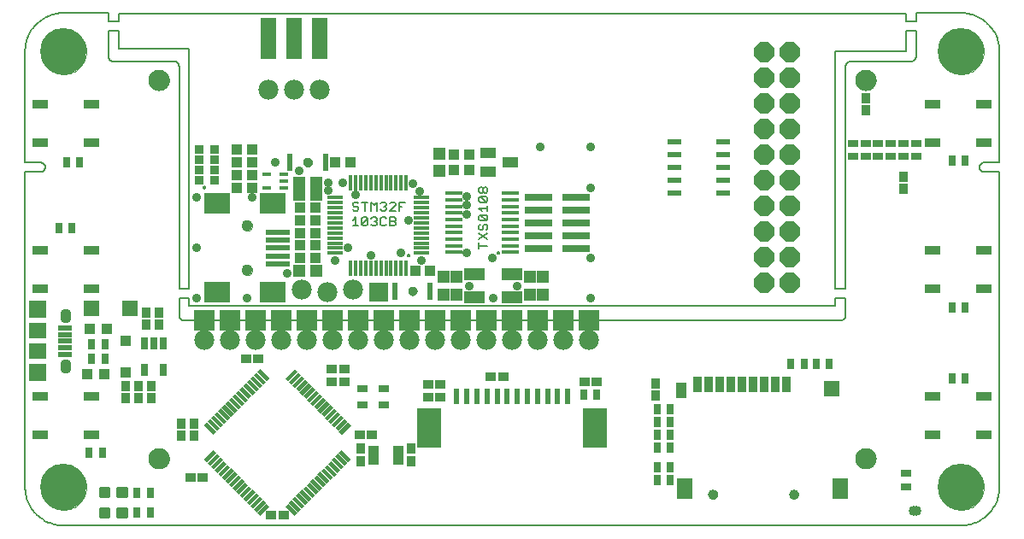
<source format=gts>
G75*
%MOIN*%
%OFA0B0*%
%FSLAX24Y24*%
%IPPOS*%
%LPD*%
%AMOC8*
5,1,8,0,0,1.08239X$1,22.5*
%
%ADD10C,0.0050*%
%ADD11C,0.0000*%
%ADD12C,0.1811*%
%ADD13C,0.0079*%
%ADD14C,0.0060*%
%ADD15R,0.0256X0.0512*%
%ADD16R,0.0315X0.0394*%
%ADD17R,0.0331X0.0404*%
%ADD18R,0.0409X0.0439*%
%ADD19R,0.0639X0.0339*%
%ADD20C,0.0827*%
%ADD21R,0.0404X0.0331*%
%ADD22R,0.0591X0.0591*%
%ADD23R,0.0571X0.0197*%
%ADD24C,0.0310*%
%ADD25R,0.0650X0.0687*%
%ADD26R,0.0650X0.0630*%
%ADD27R,0.0339X0.0639*%
%ADD28R,0.0439X0.0639*%
%ADD29R,0.0639X0.0839*%
%ADD30R,0.0639X0.0639*%
%ADD31C,0.0389*%
%ADD32R,0.0236X0.0630*%
%ADD33R,0.0945X0.1575*%
%ADD34R,0.0512X0.0157*%
%ADD35R,0.0157X0.0512*%
%ADD36R,0.0394X0.0315*%
%ADD37C,0.0130*%
%ADD38R,0.0413X0.0394*%
%ADD39C,0.0779*%
%ADD40R,0.0433X0.0748*%
%ADD41R,0.0394X0.0295*%
%ADD42R,0.0539X0.0239*%
%ADD43OC8,0.0779*%
%ADD44C,0.0400*%
%ADD45R,0.0639X0.1639*%
%ADD46R,0.0630X0.0157*%
%ADD47R,0.0157X0.0630*%
%ADD48R,0.0591X0.0433*%
%ADD49R,0.1063X0.0295*%
%ADD50R,0.0394X0.0394*%
%ADD51R,0.0984X0.0827*%
%ADD52R,0.0948X0.0236*%
%ADD53C,0.0433*%
%ADD54C,0.0374*%
%ADD55R,0.0236X0.0669*%
%ADD56R,0.0669X0.0177*%
%ADD57R,0.0465X0.0453*%
%ADD58R,0.0787X0.0472*%
%ADD59R,0.0779X0.0779*%
%ADD60R,0.0354X0.0354*%
%ADD61R,0.0354X0.0177*%
%ADD62R,0.0453X0.0465*%
%ADD63R,0.0789X0.0789*%
%ADD64C,0.0357*%
D10*
X002625Y004169D02*
X037625Y004169D01*
X037701Y004171D01*
X037777Y004177D01*
X037852Y004186D01*
X037927Y004200D01*
X038001Y004217D01*
X038074Y004238D01*
X038146Y004262D01*
X038217Y004291D01*
X038286Y004322D01*
X038353Y004357D01*
X038418Y004396D01*
X038482Y004438D01*
X038543Y004483D01*
X038602Y004531D01*
X038658Y004582D01*
X038712Y004636D01*
X038763Y004692D01*
X038811Y004751D01*
X038856Y004812D01*
X038898Y004876D01*
X038937Y004941D01*
X038972Y005008D01*
X039003Y005077D01*
X039032Y005148D01*
X039056Y005220D01*
X039077Y005293D01*
X039094Y005367D01*
X039108Y005442D01*
X039117Y005517D01*
X039123Y005593D01*
X039125Y005669D01*
X039125Y017976D01*
X038515Y017976D01*
X038490Y017978D01*
X038465Y017983D01*
X038441Y017992D01*
X038419Y018004D01*
X038399Y018019D01*
X038381Y018037D01*
X038366Y018057D01*
X038354Y018079D01*
X038345Y018103D01*
X038340Y018128D01*
X038338Y018153D01*
X038340Y018178D01*
X038345Y018203D01*
X038354Y018227D01*
X038366Y018249D01*
X038381Y018269D01*
X038399Y018287D01*
X038419Y018302D01*
X038441Y018314D01*
X038465Y018323D01*
X038490Y018328D01*
X038515Y018330D01*
X039125Y018330D01*
X039125Y022669D01*
X039123Y022745D01*
X039117Y022821D01*
X039108Y022896D01*
X039094Y022971D01*
X039077Y023045D01*
X039056Y023118D01*
X039032Y023190D01*
X039003Y023261D01*
X038972Y023330D01*
X038937Y023397D01*
X038898Y023462D01*
X038856Y023526D01*
X038811Y023587D01*
X038763Y023646D01*
X038712Y023702D01*
X038658Y023756D01*
X038602Y023807D01*
X038543Y023855D01*
X038482Y023900D01*
X038418Y023942D01*
X038353Y023981D01*
X038286Y024016D01*
X038217Y024047D01*
X038146Y024076D01*
X038074Y024100D01*
X038001Y024121D01*
X037927Y024138D01*
X037852Y024152D01*
X037777Y024161D01*
X037701Y024167D01*
X037625Y024169D01*
X035869Y024169D01*
X035869Y023854D01*
X035475Y023854D01*
X035475Y024149D01*
X004767Y024149D01*
X004767Y023854D01*
X004373Y023854D01*
X004373Y024169D01*
X002625Y024169D01*
X002549Y024167D01*
X002473Y024161D01*
X002398Y024152D01*
X002323Y024138D01*
X002249Y024121D01*
X002176Y024100D01*
X002104Y024076D01*
X002033Y024047D01*
X001964Y024016D01*
X001897Y023981D01*
X001832Y023942D01*
X001768Y023900D01*
X001707Y023855D01*
X001648Y023807D01*
X001592Y023756D01*
X001538Y023702D01*
X001487Y023646D01*
X001439Y023587D01*
X001394Y023526D01*
X001352Y023462D01*
X001313Y023397D01*
X001278Y023330D01*
X001247Y023261D01*
X001218Y023190D01*
X001194Y023118D01*
X001173Y023045D01*
X001156Y022971D01*
X001142Y022896D01*
X001133Y022821D01*
X001127Y022745D01*
X001125Y022669D01*
X001125Y018330D01*
X001735Y018330D01*
X001760Y018328D01*
X001785Y018323D01*
X001809Y018314D01*
X001831Y018302D01*
X001851Y018287D01*
X001869Y018269D01*
X001884Y018249D01*
X001896Y018227D01*
X001905Y018203D01*
X001910Y018178D01*
X001912Y018153D01*
X001910Y018128D01*
X001905Y018103D01*
X001896Y018079D01*
X001884Y018057D01*
X001869Y018037D01*
X001851Y018019D01*
X001831Y018004D01*
X001809Y017992D01*
X001785Y017983D01*
X001760Y017978D01*
X001735Y017976D01*
X001125Y017976D01*
X001125Y005669D01*
X001127Y005593D01*
X001133Y005517D01*
X001142Y005442D01*
X001156Y005367D01*
X001173Y005293D01*
X001194Y005220D01*
X001218Y005148D01*
X001247Y005077D01*
X001278Y005008D01*
X001313Y004941D01*
X001352Y004876D01*
X001394Y004812D01*
X001439Y004751D01*
X001487Y004692D01*
X001538Y004636D01*
X001592Y004582D01*
X001648Y004531D01*
X001707Y004483D01*
X001768Y004438D01*
X001832Y004396D01*
X001897Y004357D01*
X001964Y004322D01*
X002033Y004291D01*
X002104Y004262D01*
X002176Y004238D01*
X002249Y004217D01*
X002323Y004200D01*
X002398Y004186D01*
X002473Y004177D01*
X002549Y004171D01*
X002625Y004169D01*
X007330Y012169D02*
X032920Y012169D01*
X032946Y012171D01*
X032971Y012176D01*
X032995Y012184D01*
X033019Y012195D01*
X033040Y012210D01*
X033059Y012227D01*
X033076Y012246D01*
X033091Y012268D01*
X033102Y012291D01*
X033110Y012315D01*
X033115Y012340D01*
X033117Y012366D01*
X033117Y013027D01*
X032719Y013027D01*
X032719Y012732D01*
X007523Y012732D01*
X007523Y013027D01*
X007133Y013027D01*
X007133Y012366D01*
X007135Y012340D01*
X007140Y012315D01*
X007148Y012291D01*
X007159Y012268D01*
X007174Y012246D01*
X007191Y012227D01*
X007210Y012210D01*
X007232Y012195D01*
X007255Y012184D01*
X007279Y012176D01*
X007304Y012171D01*
X007330Y012169D01*
X007523Y013421D02*
X007133Y013421D01*
X007133Y022082D01*
X007131Y022108D01*
X007126Y022133D01*
X007118Y022157D01*
X007107Y022181D01*
X007092Y022202D01*
X007075Y022221D01*
X007056Y022238D01*
X007035Y022253D01*
X007011Y022264D01*
X006987Y022272D01*
X006962Y022277D01*
X006936Y022279D01*
X004570Y022279D01*
X004544Y022281D01*
X004519Y022286D01*
X004495Y022294D01*
X004472Y022305D01*
X004450Y022320D01*
X004431Y022337D01*
X004414Y022356D01*
X004399Y022378D01*
X004388Y022401D01*
X004380Y022425D01*
X004375Y022450D01*
X004373Y022476D01*
X004373Y023460D01*
X004767Y023460D01*
X004767Y022771D01*
X007523Y022771D01*
X007523Y013421D01*
X032719Y013421D02*
X033117Y013421D01*
X033117Y022082D01*
X033119Y022108D01*
X033124Y022133D01*
X033132Y022157D01*
X033143Y022181D01*
X033158Y022202D01*
X033175Y022221D01*
X033194Y022238D01*
X033216Y022253D01*
X033239Y022264D01*
X033263Y022272D01*
X033288Y022277D01*
X033314Y022279D01*
X035672Y022279D01*
X035698Y022281D01*
X035723Y022286D01*
X035747Y022294D01*
X035771Y022305D01*
X035792Y022320D01*
X035811Y022337D01*
X035828Y022356D01*
X035843Y022378D01*
X035854Y022401D01*
X035862Y022425D01*
X035867Y022450D01*
X035869Y022476D01*
X035869Y023460D01*
X035475Y023460D01*
X035475Y022673D01*
X032719Y022673D01*
X032719Y013421D01*
D11*
X033511Y006787D02*
X033513Y006826D01*
X033519Y006865D01*
X033529Y006903D01*
X033542Y006940D01*
X033559Y006975D01*
X033579Y007009D01*
X033603Y007040D01*
X033630Y007069D01*
X033659Y007095D01*
X033691Y007118D01*
X033725Y007138D01*
X033761Y007154D01*
X033798Y007166D01*
X033837Y007175D01*
X033876Y007180D01*
X033915Y007181D01*
X033954Y007178D01*
X033993Y007171D01*
X034030Y007160D01*
X034067Y007146D01*
X034102Y007128D01*
X034135Y007107D01*
X034166Y007082D01*
X034194Y007055D01*
X034219Y007025D01*
X034241Y006992D01*
X034260Y006958D01*
X034275Y006922D01*
X034287Y006884D01*
X034295Y006846D01*
X034299Y006807D01*
X034299Y006767D01*
X034295Y006728D01*
X034287Y006690D01*
X034275Y006652D01*
X034260Y006616D01*
X034241Y006582D01*
X034219Y006549D01*
X034194Y006519D01*
X034166Y006492D01*
X034135Y006467D01*
X034102Y006446D01*
X034067Y006428D01*
X034030Y006414D01*
X033993Y006403D01*
X033954Y006396D01*
X033915Y006393D01*
X033876Y006394D01*
X033837Y006399D01*
X033798Y006408D01*
X033761Y006420D01*
X033725Y006436D01*
X033691Y006456D01*
X033659Y006479D01*
X033630Y006505D01*
X033603Y006534D01*
X033579Y006565D01*
X033559Y006599D01*
X033542Y006634D01*
X033529Y006671D01*
X033519Y006709D01*
X033513Y006748D01*
X033511Y006787D01*
X030926Y005387D02*
X030928Y005413D01*
X030934Y005439D01*
X030943Y005463D01*
X030956Y005486D01*
X030973Y005506D01*
X030992Y005524D01*
X031014Y005539D01*
X031037Y005550D01*
X031062Y005558D01*
X031088Y005562D01*
X031114Y005562D01*
X031140Y005558D01*
X031165Y005550D01*
X031189Y005539D01*
X031210Y005524D01*
X031229Y005506D01*
X031246Y005486D01*
X031259Y005463D01*
X031268Y005439D01*
X031274Y005413D01*
X031276Y005387D01*
X031274Y005361D01*
X031268Y005335D01*
X031259Y005311D01*
X031246Y005288D01*
X031229Y005268D01*
X031210Y005250D01*
X031188Y005235D01*
X031165Y005224D01*
X031140Y005216D01*
X031114Y005212D01*
X031088Y005212D01*
X031062Y005216D01*
X031037Y005224D01*
X031013Y005235D01*
X030992Y005250D01*
X030973Y005268D01*
X030956Y005288D01*
X030943Y005311D01*
X030934Y005335D01*
X030928Y005361D01*
X030926Y005387D01*
X027776Y005387D02*
X027778Y005413D01*
X027784Y005439D01*
X027793Y005463D01*
X027806Y005486D01*
X027823Y005506D01*
X027842Y005524D01*
X027864Y005539D01*
X027887Y005550D01*
X027912Y005558D01*
X027938Y005562D01*
X027964Y005562D01*
X027990Y005558D01*
X028015Y005550D01*
X028039Y005539D01*
X028060Y005524D01*
X028079Y005506D01*
X028096Y005486D01*
X028109Y005463D01*
X028118Y005439D01*
X028124Y005413D01*
X028126Y005387D01*
X028124Y005361D01*
X028118Y005335D01*
X028109Y005311D01*
X028096Y005288D01*
X028079Y005268D01*
X028060Y005250D01*
X028038Y005235D01*
X028015Y005224D01*
X027990Y005216D01*
X027964Y005212D01*
X027938Y005212D01*
X027912Y005216D01*
X027887Y005224D01*
X027863Y005235D01*
X027842Y005250D01*
X027823Y005268D01*
X027806Y005288D01*
X027793Y005311D01*
X027784Y005335D01*
X027778Y005361D01*
X027776Y005387D01*
X036739Y005669D02*
X036741Y005728D01*
X036747Y005787D01*
X036757Y005845D01*
X036770Y005903D01*
X036788Y005960D01*
X036809Y006015D01*
X036834Y006069D01*
X036863Y006121D01*
X036895Y006170D01*
X036930Y006218D01*
X036968Y006263D01*
X037009Y006306D01*
X037053Y006346D01*
X037099Y006382D01*
X037148Y006416D01*
X037199Y006446D01*
X037252Y006473D01*
X037307Y006496D01*
X037362Y006515D01*
X037420Y006531D01*
X037478Y006543D01*
X037536Y006551D01*
X037595Y006555D01*
X037655Y006555D01*
X037714Y006551D01*
X037772Y006543D01*
X037830Y006531D01*
X037888Y006515D01*
X037943Y006496D01*
X037998Y006473D01*
X038051Y006446D01*
X038102Y006416D01*
X038151Y006382D01*
X038197Y006346D01*
X038241Y006306D01*
X038282Y006263D01*
X038320Y006218D01*
X038355Y006170D01*
X038387Y006121D01*
X038416Y006069D01*
X038441Y006015D01*
X038462Y005960D01*
X038480Y005903D01*
X038493Y005845D01*
X038503Y005787D01*
X038509Y005728D01*
X038511Y005669D01*
X038509Y005610D01*
X038503Y005551D01*
X038493Y005493D01*
X038480Y005435D01*
X038462Y005378D01*
X038441Y005323D01*
X038416Y005269D01*
X038387Y005217D01*
X038355Y005168D01*
X038320Y005120D01*
X038282Y005075D01*
X038241Y005032D01*
X038197Y004992D01*
X038151Y004956D01*
X038102Y004922D01*
X038051Y004892D01*
X037998Y004865D01*
X037943Y004842D01*
X037888Y004823D01*
X037830Y004807D01*
X037772Y004795D01*
X037714Y004787D01*
X037655Y004783D01*
X037595Y004783D01*
X037536Y004787D01*
X037478Y004795D01*
X037420Y004807D01*
X037362Y004823D01*
X037307Y004842D01*
X037252Y004865D01*
X037199Y004892D01*
X037148Y004922D01*
X037099Y004956D01*
X037053Y004992D01*
X037009Y005032D01*
X036968Y005075D01*
X036930Y005120D01*
X036895Y005168D01*
X036863Y005217D01*
X036834Y005269D01*
X036809Y005323D01*
X036788Y005378D01*
X036770Y005435D01*
X036757Y005493D01*
X036747Y005551D01*
X036741Y005610D01*
X036739Y005669D01*
X016066Y013322D02*
X016068Y013347D01*
X016074Y013372D01*
X016083Y013396D01*
X016096Y013418D01*
X016113Y013438D01*
X016132Y013455D01*
X016153Y013469D01*
X016177Y013479D01*
X016201Y013486D01*
X016227Y013489D01*
X016252Y013488D01*
X016277Y013483D01*
X016301Y013474D01*
X016324Y013462D01*
X016344Y013447D01*
X016362Y013428D01*
X016377Y013407D01*
X016388Y013384D01*
X016396Y013360D01*
X016400Y013335D01*
X016400Y013309D01*
X016396Y013284D01*
X016388Y013260D01*
X016377Y013237D01*
X016362Y013216D01*
X016344Y013197D01*
X016324Y013182D01*
X016301Y013170D01*
X016277Y013161D01*
X016252Y013156D01*
X016227Y013155D01*
X016201Y013158D01*
X016177Y013165D01*
X016153Y013175D01*
X016132Y013189D01*
X016113Y013206D01*
X016096Y013226D01*
X016083Y013248D01*
X016074Y013272D01*
X016068Y013297D01*
X016066Y013322D01*
X009589Y014129D02*
X009591Y014156D01*
X009597Y014183D01*
X009606Y014209D01*
X009619Y014233D01*
X009635Y014256D01*
X009654Y014275D01*
X009676Y014292D01*
X009700Y014306D01*
X009725Y014316D01*
X009752Y014323D01*
X009779Y014326D01*
X009807Y014325D01*
X009834Y014320D01*
X009860Y014312D01*
X009884Y014300D01*
X009907Y014284D01*
X009928Y014266D01*
X009945Y014245D01*
X009960Y014221D01*
X009971Y014196D01*
X009979Y014170D01*
X009983Y014143D01*
X009983Y014115D01*
X009979Y014088D01*
X009971Y014062D01*
X009960Y014037D01*
X009945Y014013D01*
X009928Y013992D01*
X009907Y013974D01*
X009885Y013958D01*
X009860Y013946D01*
X009834Y013938D01*
X009807Y013933D01*
X009779Y013932D01*
X009752Y013935D01*
X009725Y013942D01*
X009700Y013952D01*
X009676Y013966D01*
X009654Y013983D01*
X009635Y014002D01*
X009619Y014025D01*
X009606Y014049D01*
X009597Y014075D01*
X009591Y014102D01*
X009589Y014129D01*
X009589Y015862D02*
X009591Y015889D01*
X009597Y015916D01*
X009606Y015942D01*
X009619Y015966D01*
X009635Y015989D01*
X009654Y016008D01*
X009676Y016025D01*
X009700Y016039D01*
X009725Y016049D01*
X009752Y016056D01*
X009779Y016059D01*
X009807Y016058D01*
X009834Y016053D01*
X009860Y016045D01*
X009884Y016033D01*
X009907Y016017D01*
X009928Y015999D01*
X009945Y015978D01*
X009960Y015954D01*
X009971Y015929D01*
X009979Y015903D01*
X009983Y015876D01*
X009983Y015848D01*
X009979Y015821D01*
X009971Y015795D01*
X009960Y015770D01*
X009945Y015746D01*
X009928Y015725D01*
X009907Y015707D01*
X009885Y015691D01*
X009860Y015679D01*
X009834Y015671D01*
X009807Y015666D01*
X009779Y015665D01*
X009752Y015668D01*
X009725Y015675D01*
X009700Y015685D01*
X009676Y015699D01*
X009654Y015716D01*
X009635Y015735D01*
X009619Y015758D01*
X009606Y015782D01*
X009597Y015808D01*
X009591Y015835D01*
X009589Y015862D01*
X011982Y018342D02*
X011984Y018367D01*
X011990Y018392D01*
X011999Y018416D01*
X012012Y018438D01*
X012029Y018458D01*
X012048Y018475D01*
X012069Y018489D01*
X012093Y018499D01*
X012117Y018506D01*
X012143Y018509D01*
X012168Y018508D01*
X012193Y018503D01*
X012217Y018494D01*
X012240Y018482D01*
X012260Y018467D01*
X012278Y018448D01*
X012293Y018427D01*
X012304Y018404D01*
X012312Y018380D01*
X012316Y018355D01*
X012316Y018329D01*
X012312Y018304D01*
X012304Y018280D01*
X012293Y018257D01*
X012278Y018236D01*
X012260Y018217D01*
X012240Y018202D01*
X012217Y018190D01*
X012193Y018181D01*
X012168Y018176D01*
X012143Y018175D01*
X012117Y018178D01*
X012093Y018185D01*
X012069Y018195D01*
X012048Y018209D01*
X012029Y018226D01*
X012012Y018246D01*
X011999Y018268D01*
X011990Y018292D01*
X011984Y018317D01*
X011982Y018342D01*
X005951Y021551D02*
X005953Y021590D01*
X005959Y021629D01*
X005969Y021667D01*
X005982Y021704D01*
X005999Y021739D01*
X006019Y021773D01*
X006043Y021804D01*
X006070Y021833D01*
X006099Y021859D01*
X006131Y021882D01*
X006165Y021902D01*
X006201Y021918D01*
X006238Y021930D01*
X006277Y021939D01*
X006316Y021944D01*
X006355Y021945D01*
X006394Y021942D01*
X006433Y021935D01*
X006470Y021924D01*
X006507Y021910D01*
X006542Y021892D01*
X006575Y021871D01*
X006606Y021846D01*
X006634Y021819D01*
X006659Y021789D01*
X006681Y021756D01*
X006700Y021722D01*
X006715Y021686D01*
X006727Y021648D01*
X006735Y021610D01*
X006739Y021571D01*
X006739Y021531D01*
X006735Y021492D01*
X006727Y021454D01*
X006715Y021416D01*
X006700Y021380D01*
X006681Y021346D01*
X006659Y021313D01*
X006634Y021283D01*
X006606Y021256D01*
X006575Y021231D01*
X006542Y021210D01*
X006507Y021192D01*
X006470Y021178D01*
X006433Y021167D01*
X006394Y021160D01*
X006355Y021157D01*
X006316Y021158D01*
X006277Y021163D01*
X006238Y021172D01*
X006201Y021184D01*
X006165Y021200D01*
X006131Y021220D01*
X006099Y021243D01*
X006070Y021269D01*
X006043Y021298D01*
X006019Y021329D01*
X005999Y021363D01*
X005982Y021398D01*
X005969Y021435D01*
X005959Y021473D01*
X005953Y021512D01*
X005951Y021551D01*
X001739Y022669D02*
X001741Y022728D01*
X001747Y022787D01*
X001757Y022845D01*
X001770Y022903D01*
X001788Y022960D01*
X001809Y023015D01*
X001834Y023069D01*
X001863Y023121D01*
X001895Y023170D01*
X001930Y023218D01*
X001968Y023263D01*
X002009Y023306D01*
X002053Y023346D01*
X002099Y023382D01*
X002148Y023416D01*
X002199Y023446D01*
X002252Y023473D01*
X002307Y023496D01*
X002362Y023515D01*
X002420Y023531D01*
X002478Y023543D01*
X002536Y023551D01*
X002595Y023555D01*
X002655Y023555D01*
X002714Y023551D01*
X002772Y023543D01*
X002830Y023531D01*
X002888Y023515D01*
X002943Y023496D01*
X002998Y023473D01*
X003051Y023446D01*
X003102Y023416D01*
X003151Y023382D01*
X003197Y023346D01*
X003241Y023306D01*
X003282Y023263D01*
X003320Y023218D01*
X003355Y023170D01*
X003387Y023121D01*
X003416Y023069D01*
X003441Y023015D01*
X003462Y022960D01*
X003480Y022903D01*
X003493Y022845D01*
X003503Y022787D01*
X003509Y022728D01*
X003511Y022669D01*
X003509Y022610D01*
X003503Y022551D01*
X003493Y022493D01*
X003480Y022435D01*
X003462Y022378D01*
X003441Y022323D01*
X003416Y022269D01*
X003387Y022217D01*
X003355Y022168D01*
X003320Y022120D01*
X003282Y022075D01*
X003241Y022032D01*
X003197Y021992D01*
X003151Y021956D01*
X003102Y021922D01*
X003051Y021892D01*
X002998Y021865D01*
X002943Y021842D01*
X002888Y021823D01*
X002830Y021807D01*
X002772Y021795D01*
X002714Y021787D01*
X002655Y021783D01*
X002595Y021783D01*
X002536Y021787D01*
X002478Y021795D01*
X002420Y021807D01*
X002362Y021823D01*
X002307Y021842D01*
X002252Y021865D01*
X002199Y021892D01*
X002148Y021922D01*
X002099Y021956D01*
X002053Y021992D01*
X002009Y022032D01*
X001968Y022075D01*
X001930Y022120D01*
X001895Y022168D01*
X001863Y022217D01*
X001834Y022269D01*
X001809Y022323D01*
X001788Y022378D01*
X001770Y022435D01*
X001757Y022493D01*
X001747Y022551D01*
X001741Y022610D01*
X001739Y022669D01*
X005951Y006787D02*
X005953Y006826D01*
X005959Y006865D01*
X005969Y006903D01*
X005982Y006940D01*
X005999Y006975D01*
X006019Y007009D01*
X006043Y007040D01*
X006070Y007069D01*
X006099Y007095D01*
X006131Y007118D01*
X006165Y007138D01*
X006201Y007154D01*
X006238Y007166D01*
X006277Y007175D01*
X006316Y007180D01*
X006355Y007181D01*
X006394Y007178D01*
X006433Y007171D01*
X006470Y007160D01*
X006507Y007146D01*
X006542Y007128D01*
X006575Y007107D01*
X006606Y007082D01*
X006634Y007055D01*
X006659Y007025D01*
X006681Y006992D01*
X006700Y006958D01*
X006715Y006922D01*
X006727Y006884D01*
X006735Y006846D01*
X006739Y006807D01*
X006739Y006767D01*
X006735Y006728D01*
X006727Y006690D01*
X006715Y006652D01*
X006700Y006616D01*
X006681Y006582D01*
X006659Y006549D01*
X006634Y006519D01*
X006606Y006492D01*
X006575Y006467D01*
X006542Y006446D01*
X006507Y006428D01*
X006470Y006414D01*
X006433Y006403D01*
X006394Y006396D01*
X006355Y006393D01*
X006316Y006394D01*
X006277Y006399D01*
X006238Y006408D01*
X006201Y006420D01*
X006165Y006436D01*
X006131Y006456D01*
X006099Y006479D01*
X006070Y006505D01*
X006043Y006534D01*
X006019Y006565D01*
X005999Y006599D01*
X005982Y006634D01*
X005969Y006671D01*
X005959Y006709D01*
X005953Y006748D01*
X005951Y006787D01*
X001739Y005669D02*
X001741Y005728D01*
X001747Y005787D01*
X001757Y005845D01*
X001770Y005903D01*
X001788Y005960D01*
X001809Y006015D01*
X001834Y006069D01*
X001863Y006121D01*
X001895Y006170D01*
X001930Y006218D01*
X001968Y006263D01*
X002009Y006306D01*
X002053Y006346D01*
X002099Y006382D01*
X002148Y006416D01*
X002199Y006446D01*
X002252Y006473D01*
X002307Y006496D01*
X002362Y006515D01*
X002420Y006531D01*
X002478Y006543D01*
X002536Y006551D01*
X002595Y006555D01*
X002655Y006555D01*
X002714Y006551D01*
X002772Y006543D01*
X002830Y006531D01*
X002888Y006515D01*
X002943Y006496D01*
X002998Y006473D01*
X003051Y006446D01*
X003102Y006416D01*
X003151Y006382D01*
X003197Y006346D01*
X003241Y006306D01*
X003282Y006263D01*
X003320Y006218D01*
X003355Y006170D01*
X003387Y006121D01*
X003416Y006069D01*
X003441Y006015D01*
X003462Y005960D01*
X003480Y005903D01*
X003493Y005845D01*
X003503Y005787D01*
X003509Y005728D01*
X003511Y005669D01*
X003509Y005610D01*
X003503Y005551D01*
X003493Y005493D01*
X003480Y005435D01*
X003462Y005378D01*
X003441Y005323D01*
X003416Y005269D01*
X003387Y005217D01*
X003355Y005168D01*
X003320Y005120D01*
X003282Y005075D01*
X003241Y005032D01*
X003197Y004992D01*
X003151Y004956D01*
X003102Y004922D01*
X003051Y004892D01*
X002998Y004865D01*
X002943Y004842D01*
X002888Y004823D01*
X002830Y004807D01*
X002772Y004795D01*
X002714Y004787D01*
X002655Y004783D01*
X002595Y004783D01*
X002536Y004787D01*
X002478Y004795D01*
X002420Y004807D01*
X002362Y004823D01*
X002307Y004842D01*
X002252Y004865D01*
X002199Y004892D01*
X002148Y004922D01*
X002099Y004956D01*
X002053Y004992D01*
X002009Y005032D01*
X001968Y005075D01*
X001930Y005120D01*
X001895Y005168D01*
X001863Y005217D01*
X001834Y005269D01*
X001809Y005323D01*
X001788Y005378D01*
X001770Y005435D01*
X001757Y005493D01*
X001747Y005551D01*
X001741Y005610D01*
X001739Y005669D01*
X033511Y021551D02*
X033513Y021590D01*
X033519Y021629D01*
X033529Y021667D01*
X033542Y021704D01*
X033559Y021739D01*
X033579Y021773D01*
X033603Y021804D01*
X033630Y021833D01*
X033659Y021859D01*
X033691Y021882D01*
X033725Y021902D01*
X033761Y021918D01*
X033798Y021930D01*
X033837Y021939D01*
X033876Y021944D01*
X033915Y021945D01*
X033954Y021942D01*
X033993Y021935D01*
X034030Y021924D01*
X034067Y021910D01*
X034102Y021892D01*
X034135Y021871D01*
X034166Y021846D01*
X034194Y021819D01*
X034219Y021789D01*
X034241Y021756D01*
X034260Y021722D01*
X034275Y021686D01*
X034287Y021648D01*
X034295Y021610D01*
X034299Y021571D01*
X034299Y021531D01*
X034295Y021492D01*
X034287Y021454D01*
X034275Y021416D01*
X034260Y021380D01*
X034241Y021346D01*
X034219Y021313D01*
X034194Y021283D01*
X034166Y021256D01*
X034135Y021231D01*
X034102Y021210D01*
X034067Y021192D01*
X034030Y021178D01*
X033993Y021167D01*
X033954Y021160D01*
X033915Y021157D01*
X033876Y021158D01*
X033837Y021163D01*
X033798Y021172D01*
X033761Y021184D01*
X033725Y021200D01*
X033691Y021220D01*
X033659Y021243D01*
X033630Y021269D01*
X033603Y021298D01*
X033579Y021329D01*
X033559Y021363D01*
X033542Y021398D01*
X033529Y021435D01*
X033519Y021473D01*
X033513Y021512D01*
X033511Y021551D01*
X036739Y022669D02*
X036741Y022728D01*
X036747Y022787D01*
X036757Y022845D01*
X036770Y022903D01*
X036788Y022960D01*
X036809Y023015D01*
X036834Y023069D01*
X036863Y023121D01*
X036895Y023170D01*
X036930Y023218D01*
X036968Y023263D01*
X037009Y023306D01*
X037053Y023346D01*
X037099Y023382D01*
X037148Y023416D01*
X037199Y023446D01*
X037252Y023473D01*
X037307Y023496D01*
X037362Y023515D01*
X037420Y023531D01*
X037478Y023543D01*
X037536Y023551D01*
X037595Y023555D01*
X037655Y023555D01*
X037714Y023551D01*
X037772Y023543D01*
X037830Y023531D01*
X037888Y023515D01*
X037943Y023496D01*
X037998Y023473D01*
X038051Y023446D01*
X038102Y023416D01*
X038151Y023382D01*
X038197Y023346D01*
X038241Y023306D01*
X038282Y023263D01*
X038320Y023218D01*
X038355Y023170D01*
X038387Y023121D01*
X038416Y023069D01*
X038441Y023015D01*
X038462Y022960D01*
X038480Y022903D01*
X038493Y022845D01*
X038503Y022787D01*
X038509Y022728D01*
X038511Y022669D01*
X038509Y022610D01*
X038503Y022551D01*
X038493Y022493D01*
X038480Y022435D01*
X038462Y022378D01*
X038441Y022323D01*
X038416Y022269D01*
X038387Y022217D01*
X038355Y022168D01*
X038320Y022120D01*
X038282Y022075D01*
X038241Y022032D01*
X038197Y021992D01*
X038151Y021956D01*
X038102Y021922D01*
X038051Y021892D01*
X037998Y021865D01*
X037943Y021842D01*
X037888Y021823D01*
X037830Y021807D01*
X037772Y021795D01*
X037714Y021787D01*
X037655Y021783D01*
X037595Y021783D01*
X037536Y021787D01*
X037478Y021795D01*
X037420Y021807D01*
X037362Y021823D01*
X037307Y021842D01*
X037252Y021865D01*
X037199Y021892D01*
X037148Y021922D01*
X037099Y021956D01*
X037053Y021992D01*
X037009Y022032D01*
X036968Y022075D01*
X036930Y022120D01*
X036895Y022168D01*
X036863Y022217D01*
X036834Y022269D01*
X036809Y022323D01*
X036788Y022378D01*
X036770Y022435D01*
X036757Y022493D01*
X036747Y022551D01*
X036741Y022610D01*
X036739Y022669D01*
D12*
X037625Y022669D03*
X037625Y005669D03*
X002625Y005669D03*
X002625Y022669D03*
D13*
X008074Y017358D02*
X008076Y017370D01*
X008081Y017381D01*
X008090Y017390D01*
X008101Y017395D01*
X008113Y017397D01*
X008125Y017395D01*
X008136Y017390D01*
X008145Y017381D01*
X008150Y017370D01*
X008152Y017358D01*
X008150Y017346D01*
X008145Y017335D01*
X008136Y017326D01*
X008125Y017321D01*
X008113Y017319D01*
X008101Y017321D01*
X008090Y017326D01*
X008081Y017335D01*
X008076Y017346D01*
X008074Y017358D01*
X016047Y014700D02*
X016049Y014712D01*
X016054Y014723D01*
X016063Y014732D01*
X016074Y014737D01*
X016086Y014739D01*
X016098Y014737D01*
X016109Y014732D01*
X016118Y014723D01*
X016123Y014712D01*
X016125Y014700D01*
X016123Y014688D01*
X016118Y014677D01*
X016109Y014668D01*
X016098Y014663D01*
X016086Y014661D01*
X016074Y014663D01*
X016063Y014668D01*
X016054Y014677D01*
X016049Y014688D01*
X016047Y014700D01*
X019541Y014799D02*
X019543Y014811D01*
X019548Y014822D01*
X019557Y014831D01*
X019568Y014836D01*
X019580Y014838D01*
X019592Y014836D01*
X019603Y014831D01*
X019612Y014822D01*
X019617Y014811D01*
X019619Y014799D01*
X019617Y014787D01*
X019612Y014776D01*
X019603Y014767D01*
X019592Y014762D01*
X019580Y014760D01*
X019568Y014762D01*
X019557Y014767D01*
X019548Y014776D01*
X019543Y014787D01*
X019541Y014799D01*
D14*
X019156Y015088D02*
X018822Y015088D01*
X018822Y015199D02*
X018822Y014976D01*
X018822Y015339D02*
X019156Y015562D01*
X019100Y015701D02*
X019156Y015757D01*
X019156Y015868D01*
X019100Y015924D01*
X019045Y015924D01*
X018989Y015868D01*
X018989Y015757D01*
X018933Y015701D01*
X018878Y015701D01*
X018822Y015757D01*
X018822Y015868D01*
X018878Y015924D01*
X018878Y016064D02*
X018822Y016120D01*
X018822Y016231D01*
X018878Y016287D01*
X019100Y016064D01*
X019156Y016120D01*
X019156Y016231D01*
X019100Y016287D01*
X018878Y016287D01*
X018933Y016426D02*
X018822Y016538D01*
X019156Y016538D01*
X019156Y016649D02*
X019156Y016426D01*
X019100Y016789D02*
X018878Y017012D01*
X019100Y017012D01*
X019156Y016956D01*
X019156Y016845D01*
X019100Y016789D01*
X018878Y016789D01*
X018822Y016845D01*
X018822Y016956D01*
X018878Y017012D01*
X018878Y017151D02*
X018933Y017151D01*
X018989Y017207D01*
X018989Y017318D01*
X019045Y017374D01*
X019100Y017374D01*
X019156Y017318D01*
X019156Y017207D01*
X019100Y017151D01*
X019045Y017151D01*
X018989Y017207D01*
X018989Y017318D02*
X018933Y017374D01*
X018878Y017374D01*
X018822Y017318D01*
X018822Y017207D01*
X018878Y017151D01*
X018878Y016064D02*
X019100Y016064D01*
X018822Y015562D02*
X019156Y015339D01*
X015936Y016787D02*
X015714Y016787D01*
X015714Y016453D01*
X015574Y016453D02*
X015351Y016453D01*
X015574Y016675D01*
X015574Y016731D01*
X015518Y016787D01*
X015407Y016787D01*
X015351Y016731D01*
X015211Y016731D02*
X015211Y016675D01*
X015156Y016620D01*
X015211Y016564D01*
X015211Y016508D01*
X015156Y016453D01*
X015044Y016453D01*
X014989Y016508D01*
X014849Y016453D02*
X014849Y016787D01*
X014737Y016675D01*
X014626Y016787D01*
X014626Y016453D01*
X014375Y016453D02*
X014375Y016787D01*
X014264Y016787D02*
X014486Y016787D01*
X014124Y016731D02*
X014068Y016787D01*
X013957Y016787D01*
X013901Y016731D01*
X013901Y016675D01*
X013957Y016620D01*
X014068Y016620D01*
X014124Y016564D01*
X014124Y016508D01*
X014068Y016453D01*
X013957Y016453D01*
X013901Y016508D01*
X014012Y016196D02*
X014012Y015862D01*
X013901Y015862D02*
X014124Y015862D01*
X014264Y015918D02*
X014486Y016140D01*
X014486Y015918D01*
X014431Y015862D01*
X014319Y015862D01*
X014264Y015918D01*
X014264Y016140D01*
X014319Y016196D01*
X014431Y016196D01*
X014486Y016140D01*
X014626Y016140D02*
X014682Y016196D01*
X014793Y016196D01*
X014849Y016140D01*
X014849Y016085D01*
X014793Y016029D01*
X014849Y015974D01*
X014849Y015918D01*
X014793Y015862D01*
X014682Y015862D01*
X014626Y015918D01*
X014737Y016029D02*
X014793Y016029D01*
X014989Y015918D02*
X015044Y015862D01*
X015156Y015862D01*
X015211Y015918D01*
X015351Y015862D02*
X015518Y015862D01*
X015574Y015918D01*
X015574Y015974D01*
X015518Y016029D01*
X015351Y016029D01*
X015351Y015862D02*
X015351Y016196D01*
X015518Y016196D01*
X015574Y016140D01*
X015574Y016085D01*
X015518Y016029D01*
X015211Y016140D02*
X015156Y016196D01*
X015044Y016196D01*
X014989Y016140D01*
X014989Y015918D01*
X015100Y016620D02*
X015156Y016620D01*
X015211Y016731D02*
X015156Y016787D01*
X015044Y016787D01*
X014989Y016731D01*
X015714Y016620D02*
X015825Y016620D01*
X014012Y016196D02*
X013901Y016085D01*
D15*
X006519Y011275D03*
X006145Y011275D03*
X005771Y011275D03*
X005771Y010251D03*
X006519Y010251D03*
D16*
X004235Y010665D03*
X003723Y010665D03*
X003723Y011255D03*
X004235Y011255D03*
X004137Y007023D03*
X003625Y007023D03*
X005495Y005448D03*
X006007Y005448D03*
X006007Y004661D03*
X005495Y004661D03*
X002956Y015783D03*
X002444Y015783D03*
X002739Y018342D03*
X003251Y018342D03*
X022916Y009287D03*
X023428Y009287D03*
X025771Y008696D03*
X026282Y008696D03*
X026282Y008204D03*
X025771Y008204D03*
X025771Y007712D03*
X026282Y007712D03*
X026282Y007220D03*
X025771Y007220D03*
X025771Y006433D03*
X025771Y005940D03*
X026282Y005940D03*
X026282Y006433D03*
X030987Y010468D03*
X031499Y010468D03*
X031971Y010468D03*
X032483Y010468D03*
X037269Y009919D03*
X037781Y009919D03*
X037781Y012669D03*
X037269Y012669D03*
X037269Y018419D03*
X037781Y018419D03*
D17*
X035377Y017791D03*
X035377Y017318D03*
X033901Y020370D03*
X033901Y020842D03*
X025731Y009720D03*
X025731Y009248D03*
X016184Y007161D03*
X016184Y006688D03*
X014216Y006688D03*
X014216Y007161D03*
X007719Y007673D03*
X007227Y007673D03*
X007227Y008145D03*
X007719Y008145D03*
X006046Y009149D03*
X005554Y009149D03*
X005554Y009622D03*
X006046Y009622D03*
X005062Y009622D03*
X005062Y009149D03*
X005849Y012003D03*
X005849Y012476D03*
X006342Y012476D03*
X006342Y012003D03*
D18*
X004314Y011846D03*
X003645Y011846D03*
X003546Y010074D03*
X004216Y010074D03*
D19*
X003725Y009219D03*
X001725Y009219D03*
X001725Y007719D03*
X003725Y007719D03*
X003725Y013419D03*
X001725Y013419D03*
X001725Y014919D03*
X003725Y014919D03*
X003725Y019119D03*
X003725Y020619D03*
X001725Y020619D03*
X001725Y019119D03*
X036525Y019119D03*
X036525Y020619D03*
X038525Y020619D03*
X038525Y019119D03*
X038525Y014919D03*
X038525Y013419D03*
X036525Y013419D03*
X036525Y014919D03*
X036525Y009219D03*
X036525Y007719D03*
X038525Y007719D03*
X038525Y009219D03*
D20*
X033905Y006787D03*
X033905Y021551D03*
X006345Y021551D03*
X006345Y006787D03*
D21*
X007582Y006039D03*
X008054Y006039D03*
X010731Y004562D03*
X011204Y004562D03*
X014176Y007712D03*
X014649Y007712D03*
X016834Y009188D03*
X016834Y009681D03*
X017306Y009681D03*
X017306Y009188D03*
X019294Y009976D03*
X019767Y009976D03*
X022936Y009779D03*
X023408Y009779D03*
X013566Y009779D03*
X013094Y009779D03*
X013094Y010271D03*
X013566Y010271D03*
X010219Y010665D03*
X009747Y010665D03*
D22*
X005219Y012633D03*
X003723Y012633D03*
D23*
X002688Y011881D03*
X002688Y011625D03*
X002688Y011369D03*
X002688Y011113D03*
X002688Y010857D03*
D24*
X002637Y010495D02*
X002637Y010275D01*
X002637Y010495D02*
X002739Y010495D01*
X002739Y010275D01*
X002637Y010275D01*
X002637Y012243D02*
X002637Y012463D01*
X002739Y012463D01*
X002739Y012243D01*
X002637Y012243D01*
D25*
X001625Y012598D03*
X001625Y010139D03*
D26*
X001625Y010975D03*
X001625Y011762D03*
D27*
X027361Y009678D03*
X027794Y009678D03*
X028227Y009678D03*
X028660Y009678D03*
X029093Y009678D03*
X029526Y009678D03*
X029959Y009678D03*
X030392Y009678D03*
X030825Y009678D03*
D28*
X026713Y009442D03*
D29*
X026849Y005594D03*
X032912Y005594D03*
D30*
X032590Y009524D03*
D31*
X031101Y005387D03*
X027951Y005387D03*
D32*
X022290Y009198D03*
X021897Y009198D03*
X021503Y009198D03*
X021109Y009198D03*
X020716Y009198D03*
X020322Y009198D03*
X019928Y009198D03*
X019534Y009198D03*
X019141Y009198D03*
X018747Y009198D03*
X018353Y009198D03*
X017960Y009198D03*
D33*
X016897Y007979D03*
X023353Y007979D03*
D34*
G36*
X013362Y007835D02*
X013723Y008196D01*
X013834Y008085D01*
X013473Y007724D01*
X013362Y007835D01*
G37*
G36*
X013223Y007974D02*
X013584Y008335D01*
X013695Y008224D01*
X013334Y007863D01*
X013223Y007974D01*
G37*
G36*
X013084Y008113D02*
X013445Y008474D01*
X013556Y008363D01*
X013195Y008002D01*
X013084Y008113D01*
G37*
G36*
X012945Y008252D02*
X013306Y008613D01*
X013417Y008502D01*
X013056Y008141D01*
X012945Y008252D01*
G37*
G36*
X012806Y008391D02*
X013167Y008752D01*
X013278Y008641D01*
X012917Y008280D01*
X012806Y008391D01*
G37*
G36*
X012666Y008531D02*
X013027Y008892D01*
X013138Y008781D01*
X012777Y008420D01*
X012666Y008531D01*
G37*
G36*
X012527Y008670D02*
X012888Y009031D01*
X012999Y008920D01*
X012638Y008559D01*
X012527Y008670D01*
G37*
G36*
X012388Y008809D02*
X012749Y009170D01*
X012860Y009059D01*
X012499Y008698D01*
X012388Y008809D01*
G37*
G36*
X012249Y008948D02*
X012610Y009309D01*
X012721Y009198D01*
X012360Y008837D01*
X012249Y008948D01*
G37*
G36*
X012110Y009087D02*
X012471Y009448D01*
X012582Y009337D01*
X012221Y008976D01*
X012110Y009087D01*
G37*
G36*
X011970Y009227D02*
X012331Y009588D01*
X012442Y009477D01*
X012081Y009116D01*
X011970Y009227D01*
G37*
G36*
X011831Y009366D02*
X012192Y009727D01*
X012303Y009616D01*
X011942Y009255D01*
X011831Y009366D01*
G37*
G36*
X011692Y009505D02*
X012053Y009866D01*
X012164Y009755D01*
X011803Y009394D01*
X011692Y009505D01*
G37*
G36*
X011553Y009644D02*
X011914Y010005D01*
X012025Y009894D01*
X011664Y009533D01*
X011553Y009644D01*
G37*
G36*
X011414Y009783D02*
X011775Y010144D01*
X011886Y010033D01*
X011525Y009672D01*
X011414Y009783D01*
G37*
G36*
X011274Y009923D02*
X011635Y010284D01*
X011746Y010173D01*
X011385Y009812D01*
X011274Y009923D01*
G37*
G36*
X008101Y006749D02*
X008462Y007110D01*
X008573Y006999D01*
X008212Y006638D01*
X008101Y006749D01*
G37*
G36*
X008240Y006610D02*
X008601Y006971D01*
X008712Y006860D01*
X008351Y006499D01*
X008240Y006610D01*
G37*
G36*
X008379Y006471D02*
X008740Y006832D01*
X008851Y006721D01*
X008490Y006360D01*
X008379Y006471D01*
G37*
G36*
X008518Y006331D02*
X008879Y006692D01*
X008990Y006581D01*
X008629Y006220D01*
X008518Y006331D01*
G37*
G36*
X008658Y006192D02*
X009019Y006553D01*
X009130Y006442D01*
X008769Y006081D01*
X008658Y006192D01*
G37*
G36*
X008797Y006053D02*
X009158Y006414D01*
X009269Y006303D01*
X008908Y005942D01*
X008797Y006053D01*
G37*
G36*
X008936Y005914D02*
X009297Y006275D01*
X009408Y006164D01*
X009047Y005803D01*
X008936Y005914D01*
G37*
G36*
X009075Y005775D02*
X009436Y006136D01*
X009547Y006025D01*
X009186Y005664D01*
X009075Y005775D01*
G37*
G36*
X009214Y005635D02*
X009575Y005996D01*
X009686Y005885D01*
X009325Y005524D01*
X009214Y005635D01*
G37*
G36*
X009353Y005496D02*
X009714Y005857D01*
X009825Y005746D01*
X009464Y005385D01*
X009353Y005496D01*
G37*
G36*
X009493Y005357D02*
X009854Y005718D01*
X009965Y005607D01*
X009604Y005246D01*
X009493Y005357D01*
G37*
G36*
X009632Y005218D02*
X009993Y005579D01*
X010104Y005468D01*
X009743Y005107D01*
X009632Y005218D01*
G37*
G36*
X009771Y005079D02*
X010132Y005440D01*
X010243Y005329D01*
X009882Y004968D01*
X009771Y005079D01*
G37*
G36*
X009910Y004939D02*
X010271Y005300D01*
X010382Y005189D01*
X010021Y004828D01*
X009910Y004939D01*
G37*
G36*
X010049Y004800D02*
X010410Y005161D01*
X010521Y005050D01*
X010160Y004689D01*
X010049Y004800D01*
G37*
G36*
X010189Y004661D02*
X010550Y005022D01*
X010661Y004911D01*
X010300Y004550D01*
X010189Y004661D01*
G37*
D35*
G36*
X011274Y004911D02*
X011385Y005022D01*
X011746Y004661D01*
X011635Y004550D01*
X011274Y004911D01*
G37*
G36*
X011414Y005050D02*
X011525Y005161D01*
X011886Y004800D01*
X011775Y004689D01*
X011414Y005050D01*
G37*
G36*
X011553Y005189D02*
X011664Y005300D01*
X012025Y004939D01*
X011914Y004828D01*
X011553Y005189D01*
G37*
G36*
X011692Y005329D02*
X011803Y005440D01*
X012164Y005079D01*
X012053Y004968D01*
X011692Y005329D01*
G37*
G36*
X011831Y005468D02*
X011942Y005579D01*
X012303Y005218D01*
X012192Y005107D01*
X011831Y005468D01*
G37*
G36*
X011970Y005607D02*
X012081Y005718D01*
X012442Y005357D01*
X012331Y005246D01*
X011970Y005607D01*
G37*
G36*
X012110Y005746D02*
X012221Y005857D01*
X012582Y005496D01*
X012471Y005385D01*
X012110Y005746D01*
G37*
G36*
X012249Y005885D02*
X012360Y005996D01*
X012721Y005635D01*
X012610Y005524D01*
X012249Y005885D01*
G37*
G36*
X012388Y006025D02*
X012499Y006136D01*
X012860Y005775D01*
X012749Y005664D01*
X012388Y006025D01*
G37*
G36*
X012527Y006164D02*
X012638Y006275D01*
X012999Y005914D01*
X012888Y005803D01*
X012527Y006164D01*
G37*
G36*
X012666Y006303D02*
X012777Y006414D01*
X013138Y006053D01*
X013027Y005942D01*
X012666Y006303D01*
G37*
G36*
X012806Y006442D02*
X012917Y006553D01*
X013278Y006192D01*
X013167Y006081D01*
X012806Y006442D01*
G37*
G36*
X012945Y006581D02*
X013056Y006692D01*
X013417Y006331D01*
X013306Y006220D01*
X012945Y006581D01*
G37*
G36*
X013084Y006721D02*
X013195Y006832D01*
X013556Y006471D01*
X013445Y006360D01*
X013084Y006721D01*
G37*
G36*
X013223Y006860D02*
X013334Y006971D01*
X013695Y006610D01*
X013584Y006499D01*
X013223Y006860D01*
G37*
G36*
X013362Y006999D02*
X013473Y007110D01*
X013834Y006749D01*
X013723Y006638D01*
X013362Y006999D01*
G37*
G36*
X009771Y009755D02*
X009882Y009866D01*
X010243Y009505D01*
X010132Y009394D01*
X009771Y009755D01*
G37*
G36*
X009632Y009616D02*
X009743Y009727D01*
X010104Y009366D01*
X009993Y009255D01*
X009632Y009616D01*
G37*
G36*
X009493Y009477D02*
X009604Y009588D01*
X009965Y009227D01*
X009854Y009116D01*
X009493Y009477D01*
G37*
G36*
X009353Y009337D02*
X009464Y009448D01*
X009825Y009087D01*
X009714Y008976D01*
X009353Y009337D01*
G37*
G36*
X009214Y009198D02*
X009325Y009309D01*
X009686Y008948D01*
X009575Y008837D01*
X009214Y009198D01*
G37*
G36*
X009075Y009059D02*
X009186Y009170D01*
X009547Y008809D01*
X009436Y008698D01*
X009075Y009059D01*
G37*
G36*
X008936Y008920D02*
X009047Y009031D01*
X009408Y008670D01*
X009297Y008559D01*
X008936Y008920D01*
G37*
G36*
X008797Y008781D02*
X008908Y008892D01*
X009269Y008531D01*
X009158Y008420D01*
X008797Y008781D01*
G37*
G36*
X008658Y008641D02*
X008769Y008752D01*
X009130Y008391D01*
X009019Y008280D01*
X008658Y008641D01*
G37*
G36*
X008518Y008502D02*
X008629Y008613D01*
X008990Y008252D01*
X008879Y008141D01*
X008518Y008502D01*
G37*
G36*
X008379Y008363D02*
X008490Y008474D01*
X008851Y008113D01*
X008740Y008002D01*
X008379Y008363D01*
G37*
G36*
X008240Y008224D02*
X008351Y008335D01*
X008712Y007974D01*
X008601Y007863D01*
X008240Y008224D01*
G37*
G36*
X008101Y008085D02*
X008212Y008196D01*
X008573Y007835D01*
X008462Y007724D01*
X008101Y008085D01*
G37*
G36*
X009910Y009894D02*
X010021Y010005D01*
X010382Y009644D01*
X010271Y009533D01*
X009910Y009894D01*
G37*
G36*
X010049Y010033D02*
X010160Y010144D01*
X010521Y009783D01*
X010410Y009672D01*
X010049Y010033D01*
G37*
G36*
X010189Y010173D02*
X010300Y010284D01*
X010661Y009923D01*
X010550Y009812D01*
X010189Y010173D01*
G37*
D36*
X033408Y018578D03*
X033901Y018578D03*
X034393Y018578D03*
X034885Y018578D03*
X034885Y019090D03*
X034393Y019090D03*
X033901Y019090D03*
X033408Y019090D03*
X035377Y019090D03*
X035869Y019090D03*
X035869Y018578D03*
X035377Y018578D03*
X035475Y006196D03*
X035475Y005685D03*
D37*
X004764Y005599D02*
X004764Y005297D01*
X004764Y005599D02*
X005066Y005599D01*
X005066Y005297D01*
X004764Y005297D01*
X004764Y005426D02*
X005066Y005426D01*
X005066Y005555D02*
X004764Y005555D01*
X004074Y005599D02*
X004074Y005297D01*
X004074Y005599D02*
X004376Y005599D01*
X004376Y005297D01*
X004074Y005297D01*
X004074Y005426D02*
X004376Y005426D01*
X004376Y005555D02*
X004074Y005555D01*
X004074Y004812D02*
X004074Y004510D01*
X004074Y004812D02*
X004376Y004812D01*
X004376Y004510D01*
X004074Y004510D01*
X004074Y004639D02*
X004376Y004639D01*
X004376Y004768D02*
X004074Y004768D01*
X004764Y004812D02*
X004764Y004510D01*
X004764Y004812D02*
X005066Y004812D01*
X005066Y004510D01*
X004764Y004510D01*
X004764Y004639D02*
X005066Y004639D01*
X005066Y004768D02*
X004764Y004768D01*
D38*
X005062Y010143D03*
X005062Y011383D03*
D39*
X008125Y011419D03*
X009125Y011419D03*
X010125Y011419D03*
X011125Y011419D03*
X012125Y011419D03*
X013125Y011419D03*
X014125Y011419D03*
X015125Y011419D03*
X016125Y011419D03*
X017125Y011419D03*
X018125Y011419D03*
X019125Y011419D03*
X020125Y011419D03*
X021125Y011419D03*
X022125Y011419D03*
X023125Y011419D03*
X013905Y013372D03*
X012905Y013272D03*
X011905Y013372D03*
X011625Y021169D03*
X010625Y021169D03*
X012625Y021169D03*
D40*
X014708Y006925D03*
X015692Y006925D03*
D41*
X015121Y008864D03*
X014294Y008864D03*
X014294Y009513D03*
X015121Y009513D03*
D42*
X026455Y017145D03*
X026455Y017645D03*
X026455Y018145D03*
X026455Y018645D03*
X026455Y019145D03*
X028355Y019145D03*
X028355Y018645D03*
X028355Y018145D03*
X028355Y017645D03*
X028355Y017145D03*
D43*
X029956Y016645D03*
X030956Y016645D03*
X030956Y015645D03*
X029956Y015645D03*
X029956Y014645D03*
X030956Y014645D03*
X030956Y013645D03*
X029956Y013645D03*
X029956Y017645D03*
X030956Y017645D03*
X030956Y018645D03*
X029956Y018645D03*
X029956Y019645D03*
X030956Y019645D03*
X030956Y020645D03*
X029956Y020645D03*
X029956Y021645D03*
X030956Y021645D03*
X030956Y022645D03*
X029956Y022645D03*
D44*
X035771Y004759D03*
X035869Y004759D03*
D45*
X012625Y023169D03*
X011625Y023169D03*
X010625Y023169D03*
D46*
X013231Y016964D03*
X013231Y016767D03*
X013231Y016570D03*
X013231Y016374D03*
X013231Y016177D03*
X013231Y015980D03*
X013231Y015783D03*
X013231Y015586D03*
X013231Y015389D03*
X013231Y015192D03*
X013231Y014996D03*
X013231Y014799D03*
X016578Y014799D03*
X016578Y014996D03*
X016578Y015192D03*
X016578Y015389D03*
X016578Y015586D03*
X016578Y015783D03*
X016578Y015980D03*
X016578Y016177D03*
X016578Y016374D03*
X016578Y016570D03*
X016578Y016767D03*
X016578Y016964D03*
D47*
X015987Y017555D03*
X015790Y017555D03*
X015594Y017555D03*
X015397Y017555D03*
X015200Y017555D03*
X015003Y017555D03*
X014806Y017555D03*
X014609Y017555D03*
X014412Y017555D03*
X014216Y017555D03*
X014019Y017555D03*
X013822Y017555D03*
X013822Y014208D03*
X014019Y014208D03*
X014216Y014208D03*
X014412Y014208D03*
X014609Y014208D03*
X014806Y014208D03*
X015003Y014208D03*
X015200Y014208D03*
X015397Y014208D03*
X015594Y014208D03*
X015790Y014208D03*
X015987Y014208D03*
D48*
X019196Y017968D03*
X019196Y018716D03*
X020062Y018342D03*
D49*
X021164Y016980D03*
X021164Y016480D03*
X021164Y015980D03*
X021164Y015480D03*
X021164Y014980D03*
X022621Y014980D03*
X022621Y015480D03*
X022621Y015980D03*
X022621Y016480D03*
X022621Y016980D03*
D50*
X018448Y018047D03*
X017857Y018047D03*
X017857Y018637D03*
X018448Y018637D03*
X013822Y018342D03*
X013231Y018342D03*
X012444Y016570D03*
X011853Y016570D03*
X011853Y016078D03*
X012444Y016078D03*
X012444Y015586D03*
X012444Y015094D03*
X011853Y015094D03*
X011853Y015586D03*
X011853Y014602D03*
X012444Y014602D03*
X009983Y017358D03*
X009983Y017850D03*
X009983Y018342D03*
X009983Y018834D03*
X009393Y018834D03*
X009393Y018342D03*
X009393Y017850D03*
X009393Y017358D03*
X016332Y014110D03*
X016922Y014110D03*
D51*
X010771Y013263D03*
X008605Y013263D03*
X008605Y016728D03*
X010771Y016728D03*
D52*
X010993Y015625D03*
X010993Y015311D03*
X010993Y014996D03*
X010993Y014681D03*
X010993Y014366D03*
D53*
X009786Y014129D03*
X009786Y015862D03*
D54*
X012149Y018342D03*
X016233Y013322D03*
D55*
X015544Y013322D03*
X016922Y013322D03*
X012838Y018342D03*
X011460Y018342D03*
D56*
X017838Y017131D03*
X017838Y016875D03*
X017838Y016620D03*
X017838Y016364D03*
X017838Y016108D03*
X017838Y015852D03*
X017838Y015596D03*
X017838Y015340D03*
X017838Y015084D03*
X017838Y014828D03*
X020042Y014828D03*
X020042Y015084D03*
X020042Y015340D03*
X020042Y015596D03*
X020042Y015852D03*
X020042Y016108D03*
X020042Y016364D03*
X020042Y016620D03*
X020042Y016875D03*
X020042Y017131D03*
D57*
X017267Y017998D03*
X017267Y018687D03*
X017464Y013864D03*
X017956Y013864D03*
X017956Y013175D03*
X017464Y013175D03*
X020810Y013175D03*
X021302Y013175D03*
X021302Y013864D03*
X020810Y013864D03*
D58*
X020111Y013972D03*
X020111Y013066D03*
X018655Y013066D03*
X018655Y013972D03*
D59*
X014905Y013272D03*
D60*
X008507Y017653D03*
X007916Y017653D03*
X007916Y018047D03*
X007916Y018440D03*
X007916Y018834D03*
X008507Y018834D03*
X008507Y018440D03*
X008507Y018047D03*
D61*
X010534Y017860D03*
X010534Y017348D03*
X011204Y017348D03*
X011204Y017604D03*
X011204Y017860D03*
D62*
X011804Y017555D03*
X012493Y017555D03*
X012493Y017062D03*
X011804Y017062D03*
X011804Y014110D03*
X012493Y014110D03*
D63*
X012125Y012169D03*
X011125Y012169D03*
X010125Y012169D03*
X009125Y012169D03*
X008125Y012169D03*
X013125Y012169D03*
X014125Y012169D03*
X015125Y012169D03*
X016125Y012169D03*
X017125Y012169D03*
X018125Y012169D03*
X019125Y012169D03*
X020125Y012169D03*
X021125Y012169D03*
X022125Y012169D03*
X023125Y012169D03*
D64*
X023172Y013027D03*
X023172Y014602D03*
X020318Y013519D03*
X019383Y013027D03*
X018448Y013519D03*
X018349Y014799D03*
X019334Y014602D03*
X018349Y016324D03*
X018349Y016669D03*
X018349Y017013D03*
X016529Y017210D03*
X016233Y017505D03*
X016086Y016078D03*
X015790Y014799D03*
X016578Y014503D03*
X014609Y014700D03*
X013723Y014996D03*
X013231Y014503D03*
X011361Y014011D03*
X009786Y013027D03*
X007818Y013027D03*
X007818Y014996D03*
X007818Y016964D03*
X009983Y016964D03*
X010869Y018342D03*
X011804Y017998D03*
X012936Y017555D03*
X012936Y017259D03*
X013527Y017555D03*
X014019Y017062D03*
X021204Y018933D03*
X023172Y018933D03*
X023172Y017358D03*
M02*

</source>
